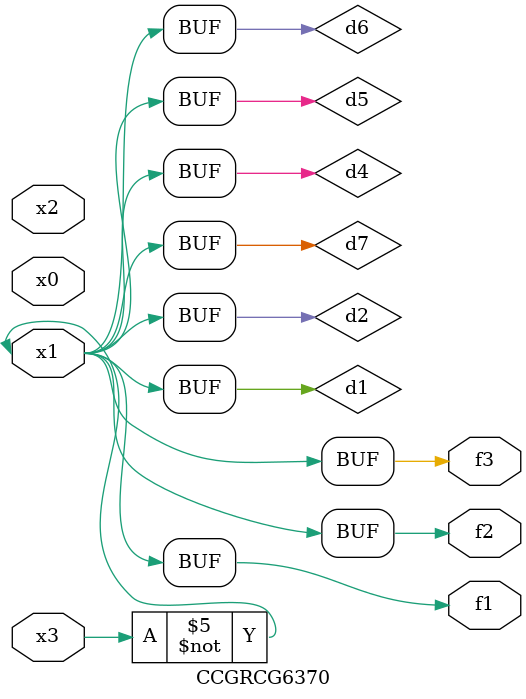
<source format=v>
module CCGRCG6370(
	input x0, x1, x2, x3,
	output f1, f2, f3
);

	wire d1, d2, d3, d4, d5, d6, d7;

	not (d1, x3);
	buf (d2, x1);
	xnor (d3, d1, d2);
	nor (d4, d1);
	buf (d5, d1, d2);
	buf (d6, d4, d5);
	nand (d7, d4);
	assign f1 = d6;
	assign f2 = d7;
	assign f3 = d6;
endmodule

</source>
